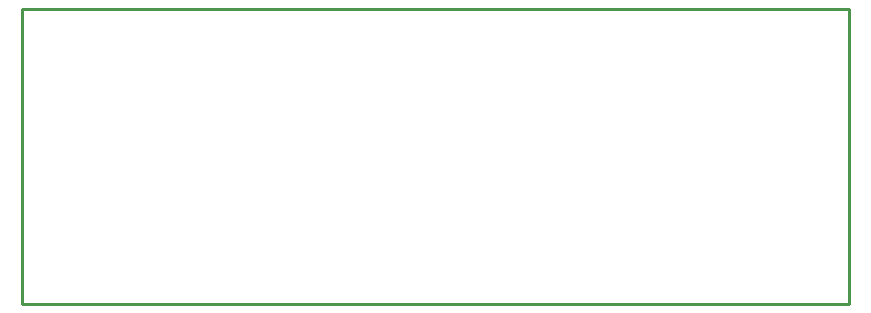
<source format=gko>
G04*
G04 #@! TF.GenerationSoftware,Altium Limited,Altium Designer,22.10.1 (41)*
G04*
G04 Layer_Color=16711935*
%FSLAX44Y44*%
%MOMM*%
G71*
G04*
G04 #@! TF.SameCoordinates,AEFCC64F-A21F-44B2-B13A-618CF61525BC*
G04*
G04*
G04 #@! TF.FilePolarity,Positive*
G04*
G01*
G75*
%ADD11C,0.2540*%
D11*
X0Y250000D02*
X700000D01*
Y400D02*
Y249763D01*
X0Y0D02*
X700000D01*
X0D02*
Y250000D01*
M02*

</source>
